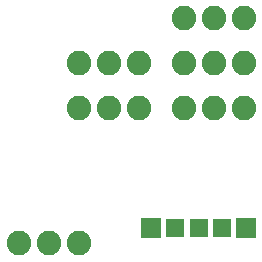
<source format=gbr>
G04 EAGLE Gerber RS-274X export*
G75*
%MOMM*%
%FSLAX34Y34*%
%LPD*%
%INSoldermask Bottom*%
%IPPOS*%
%AMOC8*
5,1,8,0,0,1.08239X$1,22.5*%
G01*
%ADD10C,2.082800*%
%ADD11R,1.711200X1.711200*%
%ADD12R,1.511200X1.511200*%


D10*
X254000Y355600D03*
X279400Y355600D03*
X304800Y355600D03*
X393700Y469900D03*
X419100Y469900D03*
X444500Y469900D03*
X304800Y469900D03*
X330200Y469900D03*
X355600Y469900D03*
X393700Y508000D03*
X419100Y508000D03*
X444500Y508000D03*
X304800Y508000D03*
X330200Y508000D03*
X355600Y508000D03*
X393700Y546100D03*
X419100Y546100D03*
X444500Y546100D03*
D11*
X366400Y368300D03*
X446400Y368300D03*
D12*
X386400Y368300D03*
X406400Y368300D03*
X426400Y368300D03*
M02*

</source>
